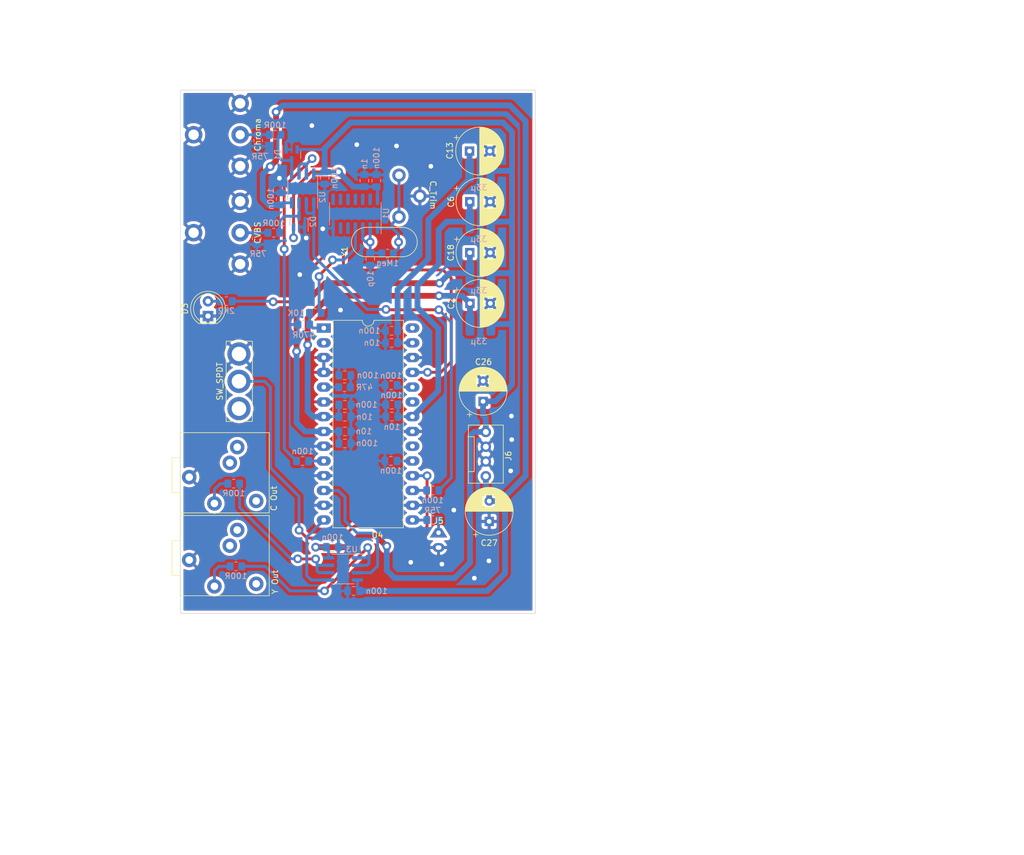
<source format=kicad_pcb>
(kicad_pcb (version 20241229) (generator "pcbnew") (generator_version "9.0")
  (layers (0 "F.Cu" signal) (2 "B.Cu" signal) (13 "F.Paste" user) (15 "B.Paste" user) (5 "F.SilkS" user "F.Silkscreen") (7 "B.SilkS" user "B.Silkscreen") (1 "F.Mask" user) (3 "B.Mask" user) (25 "Edge.Cuts" user))
  (net 0 "")
  (net 1 "/Crystal_C_Trim")
  (net 2 "GND")
  (net 3 "/VCCA")
  (net 4 "/Crystal_Inv_Out")
  (net 5 "/VDDD")
  (net 6 "+5V")
  (net 7 "-5V")
  (net 8 "/VCCPLL")
  (net 9 "/CVBS_Ext")
  (net 10 "/Video_In_IC")
  (net 11 "/Chroma_Ext")
  (net 12 "/Chroma_In_IC")
  (net 13 "/VCCO")
  (net 14 "/CSY")
  (net 15 "/REFDL")
  (net 16 "Net-(C25-Pad1)")
  (net 17 "Net-(D1-Pad3)")
  (net 18 "Net-(D2-Pad3)")
  (net 19 "Net-(D3-Pad2)")
  (net 20 "Net-(J1-Pad1)")
  (net 21 "Net-(J2-Pad1)")
  (net 25 "Net-(J3-PadT)")
  (net 29 "Net-(J4-PadT)")
  (net 30 "/CVBS_Thru_Out")
  (net 31 "/F_{sc}")
  (net 32 "/f_{SC}_In")
  (net 33 "Net-(R8-Pad1)")
  (net 34 "Net-(R9-Pad1)")
  (net 35 "/CVBS_Thru_IC")
  (net 36 "/REFBP")
  (net 37 "/Comb_active")
  (net 39 "/LPF_EN")
  (net 48 "/Chroma_Out_IC")
  (net 49 "/Luma_Out_IC")
  (footprint "Capacitor_THT:CP_Radial_D8.0mm_P3.50mm" (layer "F.Cu") (at 72.14735 16.4)
    (property "Reference" "C13")
    (property "Value" "100µ")
  )
  (footprint "LED_THT:LED_D5.0mm" (layer "F.Cu") (at 27.2 44.775 90)
    (property "Reference" "D3")
    (property "Value" "LED")
  )
  (footprint "Capacitor_THT:CP_Radial_D8.0mm_P3.50mm" (layer "F.Cu") (at 75.525 80.1 90)
    (property "Reference" "C27")
    (property "Value" "10µ")
  )
  (footprint "Allgemein:Cinch_Gewinkelt" (layer "F.Cu") (at 32.725 30.45 90)
    (property "Reference" "J2" (hide yes))
    (property "Value" "CVBS")
  )
  (footprint "Capacitor_THT:CP_Radial_D8.0mm_P3.50mm" (layer "F.Cu") (at 74.475 59.45 90)
    (property "Reference" "C26")
    (property "Value" "10µ")
  )
  (footprint "Capacitor_THT:CP_Radial_D8.0mm_P3.50mm" (layer "F.Cu") (at 72.2 33.875)
    (property "Reference" "C18")
    (property "Value" "100µ")
  )
  (footprint "Allgemein:3_5_mm_Buchse_EBS_35" (layer "F.Cu") (at 22.4225 86.3775)
    (property "Reference" "J3")
    (property "Value" "Y Out")
  )
  (footprint "Capacitor_THT:CP_Radial_D8.0mm_P3.50mm" (layer "F.Cu") (at 72.222349 42.6)
    (property "Reference" "C2")
    (property "Value" "100µ")
  )
  (footprint "Allgemein:3_5_mm_Buchse_EBS_35" (layer "F.Cu") (at 22.4225 72.1275)
    (property "Reference" "J4")
    (property "Value" "C Out")
  )
  (footprint "Package_DIP:DIP-28_W15.24mm_LongPads" (layer "F.Cu") (at 47.1 46.84)
    (property "Reference" "U4")
    (property "Value" "SAA4960")
  )
  (footprint "Crystal:Crystal_HC49-U_Vertical" (layer "F.Cu") (at 59.955002 32.05 180)
    (property "Reference" "Y1")
    (property "Value" "Crystal")
  )
  (footprint "Allgemein:Schalter" (layer "F.Cu") (at 32.525 56 90)
    (property "Reference" "SW1" (hide yes))
    (property "Value" "SW_SPDT")
  )
  (footprint "Allgemein:Cinch_Gewinkelt" (layer "F.Cu") (at 32.725 13.6 90)
    (property "Reference" "J1" (hide yes))
    (property "Value" "Chroma")
  )
  (footprint "Allgemein:pwr_conn_4pin" (layer "F.Cu") (at 74.95 68.522349)
    (property "Reference" "J6")
    (property "Value" "PWR")
  )
  (footprint "Allgemein:C_Trim" (layer "F.Cu") (at 59.805 24.15 90)
    (property "Reference" "C1" (hide yes))
    (property "Value" "C_Trim")
  )
  (footprint "Capacitor_THT:CP_Radial_D8.0mm_P3.50mm" (layer "F.Cu") (at 72.197349 25.125)
    (property "Reference" "C6")
    (property "Value" "100µ")
  )
  (footprint "Allgemein:BNC_Free" (layer "F.Cu") (at 66.825 79.504)
    (property "Reference" "J5")
    (property "Value" "CVBS")
  )
  (footprint "Allgemein:C_0805" (layer "B.Cu") (at 65.825 74.765 180)
    (property "Reference" "C16")
    (property "Value" "100n")
  )
  (footprint "Allgemein:C_0805" (layer "B.Cu") (at 56.13 21.5 90)
    (property "Reference" "C7")
    (property "Value" "100n")
  )
  (footprint "Allgemein:R_0805" (layer "B.Cu") (at 31.6225 73.6025 180)
    (property "Reference" "R8")
    (property "Value" "100R")
  )
  (footprint "Allgemein:C_0805" (layer "B.Cu") (at 58.675 56.665 180)
    (property "Reference" "C24")
    (property "Value" "100n")
  )
  (footprint "Allgemein:SOIC-8_no_mark" (layer "B.Cu") (at 43.475 22.825 90)
    (property "Reference" "U2")
    (property "Value" "LMH6643")
  )
  (footprint "Allgemein:C_0805" (layer "B.Cu") (at 58.8 62.065 180)
    (property "Reference" "C10")
    (property "Value" "10n")
  )
  (footprint "Allgemein:Bourns SRN5040-330M" (layer "B.Cu") (at 76.55 35.400001 180)
    (property "Reference" "L4" (hide yes))
    (property "Value" "33µ")
  )
  (footprint "Allgemein:R_0805" (layer "B.Cu") (at 43.65 46.24)
    (property "Reference" "R7")
    (property "Value" "470R")
  )
  (footprint "Allgemein:R_0805" (layer "B.Cu") (at 50.662499 57.015)
    (property "Reference" "R11")
    (property "Value" "47R")
  )
  (footprint "Allgemein:C_0805" (layer "B.Cu") (at 50.7125 54.965 180)
    (property "Reference" "C25")
    (property "Value" "100n")
  )
  (footprint "Allgemein:R_0805" (layer "B.Cu") (at 35.825 14.6 -90)
    (property "Reference" "R1")
    (property "Value" "75R")
  )
  (footprint "Allgemein:Bourns SRN5040-330M" (layer "B.Cu") (at 76.55 26.55 180)
    (property "Reference" "L2" (hide yes))
    (property "Value" "33µ")
  )
  (footprint "Allgemein:R_0805" (layer "B.Cu") (at 30.35 42.225 180)
    (property "Reference" "R12")
    (property "Value" "2K2")
  )
  (footprint "Allgemein:C_0805" (layer "B.Cu") (at 58.75 47.315 180)
    (property "Reference" "C14")
    (property "Value" "100n")
  )
  (footprint "Allgemein:C_0805" (layer "B.Cu") (at 54.08 21.5 90)
    (property "Reference" "C12")
    (property "Value" "1n")
  )
  (footprint "Allgemein:R_0805" (layer "B.Cu") (at 35.575 31.45 -90)
    (property "Reference" "R2")
    (property "Value" "75R")
  )
  (footprint "Allgemein:Bourns SRN5040-330M" (layer "B.Cu") (at 76.575 44.15 180)
    (property "Reference" "L1" (hide yes))
    (property "Value" "33µ")
  )
  (footprint "Allgemein:C_0805" (layer "B.Cu") (at 50.73 60.045)
    (property "Reference" "C4")
    (property "Value" "100n")
  )
  (footprint "Allgemein:SOIC-8_no_mark" (layer "B.Cu") (at 50.4 88.275 180)
    (property "Reference" "U3")
    (property "Value" "LMH6643")
  )
  (footprint "Allgemein:C_0805" (layer "B.Cu") (at 52.225 92.05)
    (property "Reference" "C8")
    (property "Value" "100n")
  )
  (footprint "Allgemein:R_0805" (layer "B.Cu") (at 38.5 30.45)
    (property "Reference" "R5")
    (property "Value" "100R")
  )
  (footprint "Allgemein:C_0805" (layer "B.Cu") (at 58.75 49.39 180)
    (property "Reference" "C15")
    (property "Value" "10n")
  )
  (footprint "Allgemein:C_0805" (layer "B.Cu") (at 39.7 24.625 -90)
    (property "Reference" "C22")
    (property "Value" "100n")
  )
  (footprint "Allgemein:R_0805" (layer "B.Cu") (at 45.65 44.24 180)
    (property "Reference" "R6")
    (property "Value" "10K")
  )
  (footprint "Allgemein:C_0805" (layer "B.Cu") (at 43.45 69.715)
    (property "Reference" "C17")
    (property "Value" "100n")
  )
  (footprint "Allgemein:C_0805" (layer "B.Cu") (at 48.575 84.525)
    (property "Reference" "C21")
    (property "Value" "100n")
  )
  (footprint "Package_TO_SOT_SMD:SOT-23" (layer "B.Cu") (at 41.575 17.075 -90)
    (property "Reference" "D1")
    (property "Value" "BAT54S")
  )
  (footprint "Allgemein:C_0805" (layer "B.Cu") (at 50.725 64.615)
    (property "Reference" "C20")
    (property "Value" "10n")
  )
  (footprint "Allgemein:C_0805" (layer "B.Cu") (at 47.25 21.025 -90)
    (property "Reference" "C11")
    (property "Value" "100n")
  )
  (footprint "Allgemein:C_0805" (layer "B.Cu") (at 50.725 66.690001)
    (property "Reference" "C19")
    (property "Value" "100n")
  )
  (footprint "Allgemein:R_0805" (layer "B.Cu") (at 58.055 34.025 180)
    (property "Reference" "R3")
    (property "Value" "1Meg")
  )
  (footprint "Allgemein:SOIC-14_no_mark" (layer "B.Cu") (at 52.525 27.175 90)
    (property "Reference" "U1")
    (property "Value" "74HC14")
  )
  (footprint "Allgemein:R_0805" (layer "B.Cu") (at 65.825 79.865)
    (property "Reference" "R10")
    (property "Value" "75R")
  )
  (footprint "Allgemein:R_0805" (layer "B.Cu") (at 38.75 13.6)
    (property "Reference" "R4")
    (property "Value" "100R")
  )
  (footprint "Allgemein:Bourns SRN5040-330M" (layer "B.Cu") (at 76.5 17.8 180)
    (property "Reference" "L3" (hide yes))
    (property "Value" "33µ")
  )
  (footprint "Allgemein:C_0805" (layer "B.Cu") (at 55.08 34.975 -90)
    (property "Reference" "C3")
    (property "Value" "10p")
  )
  (footprint "Allgemein:R_0805" (layer "B.Cu") (at 31.9975 87.8275 180)
    (property "Reference" "R9")
    (property "Value" "100R")
  )
  (footprint "Package_TO_SOT_SMD:SOT-23" (layer "B.Cu") (at 42.85 28.55 90)
    (property "Reference" "D2")
    (property "Value" "BAT54S")
  )
  (footprint "Allgemein:C_0805" (layer "B.Cu") (at 58.8 60.015 180)
    (property "Reference" "C9")
    (property "Value" "100n")
  )
  (footprint "Allgemein:C_0805" (layer "B.Cu") (at 58.6375 69.69 180)
    (property "Reference" "C23")
    (property "Value" "100n")
  )
  (footprint "Allgemein:C_0805" (layer "B.Cu") (at 50.725 62.09)
    (property "Reference" "C5")
    (property "Value" "10n")
  )
  (gr_rect (start 22.475 5.925) (end 83.45 95.925) (stroke (width 0.1)) (fill no) (layer "Edge.Cuts"))
  (segment (start 58.88 28.885001) (end 60.022898 27.742103) (width 0.5) (layer "B.Cu") (net 1))
  (segment (start 58.88 29.65) (end 59.955001 30.725001) (width 0.5) (layer "B.Cu") (net 1))
  (segment (start 58.88 29.65) (end 58.88 28.885001) (width 0.5) (layer "B.Cu") (net 1))
  (segment (start 56.335 29.65) (end 58.88 29.65) (width 0.5) (layer "B.Cu") (net 1))
  (segment (start 59.955001 33.125) (end 59.055 34.025) (width 0.5) (layer "B.Cu") (net 1))
  (segment (start 59.955002 32.05) (end 59.955001 33.125) (width 0.5) (layer "B.Cu") (net 1))
  (segment (start 60.022898 20.557898) (end 60.022898 27.742103) (width 0.5) (layer "B.Cu") (net 1))
  (segment (start 59.955001 30.725001) (end 59.955002 32.05) (width 0.5) (layer "B.Cu") (net 1))
  (via (at 39.475 21.075) (size 1.5) (drill 0.8) (layers "F.Cu" "B.Cu") (net 2))
  (via (at 75.475 86.875) (size 1.5) (drill 0.8) (layers "F.Cu" "B.Cu") (net 2))
  (via (at 42.975 37.65) (size 1.5) (drill 0.8) (layers "F.Cu" "B.Cu") (net 2))
  (via (at 65.5 19.025) (size 1.5) (drill 0.8) (layers "F.Cu" "B.Cu") (net 2))
  (via (at 67.4 87.45) (size 1.5) (drill 0.8) (layers "F.Cu" "B.Cu") (net 2))
  (via (at 72.975 89.85) (size 1.5) (drill 0.8) (layers "F.Cu" "B.Cu") (net 2))
  (via (at 79.225 71.4) (size 1.5) (drill 0.8) (layers "F.Cu" "B.Cu") (net 2))
  (via (at 46.925 29.775) (size 1.5) (drill 0.8) (layers "F.Cu" "B.Cu") (net 2))
  (via (at 69.45 78.15) (size 1.5) (drill 0.8) (layers "F.Cu" "B.Cu") (net 2))
  (via (at 79.35 61.975) (size 1.5) (drill 0.8) (layers "F.Cu" "B.Cu") (net 2))
  (via (at 79.4 66.025) (size 1.5) (drill 0.8) (layers "F.Cu" "B.Cu") (net 2))
  (via (at 44.075 31.35) (size 1.5) (drill 0.8) (layers "F.Cu" "B.Cu") (net 2))
  (via (at 45.05 12.025) (size 1.5) (drill 0.8) (layers "F.Cu" "B.Cu") (net 2))
  (via (at 62.05 87.125) (size 1.5) (drill 0.8) (layers "F.Cu" "B.Cu") (net 2))
  (via (at 52.775 15.3) (size 1.5) (drill 0.8) (layers "F.Cu" "B.Cu") (net 2))
  (via (at 59.6 15.525) (size 1.5) (drill 0.8) (layers "F.Cu" "B.Cu") (net 2))
  (via (at 49.975 43.75) (size 1.5) (drill 0.8) (layers "F.Cu" "B.Cu") (net 2))
  (segment (start 66.9 41.3) (end 48.175 41.3) (width 1) (layer "F.Cu") (net 3))
  (segment (start 44.325 45.15) (end 44.325 49.725) (width 1) (layer "F.Cu") (net 3))
  (segment (start 48.175 41.3) (end 44.325 45.15) (width 1) (layer "F.Cu") (net 3))
  (via (at 66.9 41.3) (size 1.5) (drill 0.8) (layers "F.Cu" "B.Cu") (net 3))
  (via (at 44.325 49.725) (size 1.5) (drill 0.8) (layers "F.Cu" "B.Cu") (net 3))
  (segment (start 49.6925 62.085) (end 49.6875 62.09) (width 0.5) (layer "B.Cu") (net 3))
  (segment (start 49.6775 62.08) (end 49.6875 62.09) (width 0.5) (layer "B.Cu") (net 3))
  (segment (start 47.1 62.08) (end 49.6775 62.08) (width 0.5) (layer "B.Cu") (net 3))
  (segment (start 49.6925 60.045) (end 49.6925 62.085) (width 0.5) (layer "B.Cu") (net 3))
  (segment (start 72.225 42.602651) (end 72.225 46.15) (width 1) (layer "B.Cu") (net 3))
  (segment (start 70.922349 41.3) (end 72.225 42.602651) (width 1) (layer "B.Cu") (net 3))
  (segment (start 44.325 49.725) (end 44.325 61.15) (width 1) (layer "B.Cu") (net 3))
  (segment (start 45.255 62.08) (end 47.1 62.08) (width 1) (layer "B.Cu") (net 3))
  (segment (start 72.222349 46.147349) (end 72.225 46.15) (width 1) (layer "B.Cu") (net 3))
  (segment (start 44.325 61.15) (end 45.255 62.08) (width 1) (layer "B.Cu") (net 3))
  (segment (start 66.9 41.3) (end 70.922349 41.3) (width 1) (layer "B.Cu") (net 3))
  (segment (start 72.222349 42.6) (end 72.222349 46.147349) (width 1) (layer "B.Cu") (net 3))
  (segment (start 55.065 29.65) (end 55.065 32.039999) (width 0.5) (layer "B.Cu") (net 4))
  (segment (start 55.08 33.9375) (end 56.9675 33.9375) (width 0.5) (layer "B.Cu") (net 4))
  (segment (start 55.08 32.054999) (end 55.075 32.05) (width 0.5) (layer "B.Cu") (net 4))
  (segment (start 55.08 33.9375) (end 55.08 32.054999) (width 0.5) (layer "B.Cu") (net 4))
  (segment (start 54.28 32.05) (end 55.075 32.05) (width 0.5) (layer "B.Cu") (net 4))
  (segment (start 56.9675 33.9375) (end 57.055 34.025) (width 0.5) (layer "B.Cu") (net 4))
  (segment (start 55.065 32.039999) (end 55.075 32.05) (width 0.5) (layer "B.Cu") (net 4))
  (segment (start 53.795 29.65) (end 53.795 31.565) (width 0.5) (layer "B.Cu") (net 4))
  (segment (start 53.795 31.565) (end 54.28 32.05) (width 0.5) (layer "B.Cu") (net 4))
  (segment (start 66.85 29.925) (end 68.225 28.55) (width 1) (layer "B.Cu") (net 5))
  (segment (start 68.225 28.55) (end 72.2 28.55) (width 1) (layer "B.Cu") (net 5))
  (segment (start 66.85 35.85) (end 66.85 29.925) (width 1) (layer "B.Cu") (net 5))
  (segment (start 59.8525 62.08) (end 59.8375 62.065) (width 0.5) (layer "B.Cu") (net 5))
  (segment (start 66.775 46.9) (end 63.2 43.325) (width 1) (layer "B.Cu") (net 5))
  (segment (start 66.775 57.645) (end 66.775 46.9) (width 1) (layer "B.Cu") (net 5))
  (segment (start 59.8375 60.015) (end 59.8375 62.065) (width 0.5) (layer "B.Cu") (net 5))
  (segment (start 62.34 62.08) (end 66.775 57.645) (width 1) (layer "B.Cu") (net 5))
  (segment (start 63.2 43.325) (end 63.2 39.5) (width 1) (layer "B.Cu") (net 5))
  (segment (start 72.197349 25.125) (end 72.197349 28.547349) (width 1) (layer "B.Cu") (net 5))
  (segment (start 72.197349 28.547349) (end 72.2 28.55) (width 1) (layer "B.Cu") (net 5))
  (segment (start 62.34 62.08) (end 59.8525 62.08) (width 0.5) (layer "B.Cu") (net 5))
  (segment (start 63.2 39.5) (end 66.85 35.85) (width 1) (layer "B.Cu") (net 5))
  (segment (start 53.225 82.525) (end 56.05 82.525) (width 1) (layer "F.Cu") (net 6))
  (segment (start 57.35 83.825) (end 57.875 84.35) (width 1) (layer "F.Cu") (net 6))
  (segment (start 41.9 23.05) (end 44.9625 19.9875) (width 0.5) (layer "F.Cu") (net 6))
  (segment (start 44.9625 19.9875) (end 49.6375 19.9875) (width 0.5) (layer "F.Cu") (net 6))
  (segment (start 52.975 82.775) (end 53.225 82.525) (width 1) (layer "F.Cu") (net 6))
  (segment (start 41.9 31.325) (end 41.9 23.05) (width 0.5) (layer "F.Cu") (net 6))
  (segment (start 57.875 84.35) (end 57.925 84.35) (width 1) (layer "F.Cu") (net 6))
  (segment (start 45.7 84.525) (end 51.225 84.525) (width 1) (layer "F.Cu") (net 6))
  (segment (start 51.225 84.525) (end 52.975 82.775) (width 1) (layer "F.Cu") (net 6))
  (segment (start 56.05 82.525) (end 57.35 83.825) (width 1) (layer "F.Cu") (net 6))
  (via (at 57.925 84.35) (size 1.5) (drill 0.8) (layers "F.Cu" "B.Cu") (net 6))
  (via (at 45.7 84.525) (size 1.5) (drill 0.8) (layers "F.Cu" "B.Cu") (net 6))
  (via (at 41.9 31.325) (size 1.5) (drill 0.8) (layers "F.Cu" "B.Cu") (net 6))
  (via (at 49.6375 19.9875) (size 1.5) (drill 0.8) (layers "F.Cu" "B.Cu") (net 6))
  (segment (start 74.95 62.347349) (end 74.475 61.872349) (width 1) (layer "B.Cu") (net 6))
  (segment (start 79.45 46.5) (end 79.45 37.325) (width 1) (layer "B.Cu") (net 6))
  (segment (start 72.937651 64.712349) (end 74.95 64.712349) (width 1) (layer "B.Cu") (net 6))
  (segment (start 75.8 37.400001) (end 79.374999 37.400001) (width 1) (layer "B.Cu") (net 6))
  (segment (start 41.9 29.4875) (end 41.9 31.325) (width 0.5) (layer "B.Cu") (net 6))
  (segment (start 79.375 28.55) (end 79.45 28.475) (width 1) (layer "B.Cu") (net 6))
  (segment (start 54.08 22.5375) (end 56.13 22.5375) (width 0.5) (layer "B.Cu") (net 6))
  (segment (start 74.475 61.872349) (end 74.475 59.45) (width 1) (layer "B.Cu") (net 6))
  (segment (start 47.25 19.9875) (end 49.6375 19.9875) (width 1) (layer "B.Cu") (net 6))
  (segment (start 56.335 22.7425) (end 56.13 22.5375) (width 0.5) (layer "B.Cu") (net 6))
  (segment (start 72.225 87.2) (end 72.225 65.425) (width 1) (layer "B.Cu") (net 6))
  (segment (start 74.95 64.712349) (end 74.95 62.347349) (width 1) (layer "B.Cu") (net 6))
  (segment (start 46.8875 20.35) (end 47.249999 19.9875) (width 0.5) (layer "B.Cu") (net 6))
  (segment (start 51.7 11.5) (end 47.25 15.95) (width 1) (layer "B.Cu") (net 6))
  (segment (start 59.25 89.825) (end 69.6 89.825) (width 1) (layer "B.Cu") (net 6))
  (segment (start 57.925 88.5) (end 59.25 89.825) (width 1) (layer "B.Cu") (net 6))
  (segment (start 47.0625 16.1375) (end 47.25 15.95) (width 0.5) (layer "B.Cu") (net 6))
  (segment (start 69.6 89.825) (end 72.225 87.2) (width 1) (layer "B.Cu") (net 6))
  (segment (start 77.875 11.5) (end 51.7 11.5) (width 1) (layer "B.Cu") (net 6))
  (segment (start 47.925 84.9125) (end 47.5375 84.525) (width 0.5) (layer "B.Cu") (net 6))
  (segment (start 47.925 86.37) (end 47.925 84.9125) (width 0.5) (layer "B.Cu") (net 6))
  (segment (start 75.825 46.15) (end 79.1 46.15) (width 1) (layer "B.Cu") (net 6))
  (segment (start 79.45 37.325) (end 79.45 28.475) (width 1) (layer "B.Cu") (net 6))
  (segment (start 79.1 46.15) (end 79.45 46.5) (width 1) (layer "B.Cu") (net 6))
  (segment (start 72.225 65.425) (end 72.937651 64.712349) (width 1) (layer "B.Cu") (net 6))
  (segment (start 79.45 56.575) (end 79.45 46.5) (width 1) (layer "B.Cu") (net 6))
  (segment (start 56.335 24.7) (end 56.335 22.7425) (width 0.5) (layer "B.Cu") (net 6))
  (segment (start 79.374999 37.400001) (end 79.45 37.325) (width 1) (layer "B.Cu") (net 6))
  (segment (start 42.525 16.1375) (end 47.0625 16.1375) (width 0.5) (layer "B.Cu") (net 6))
  (segment (start 79.45 28.475) (end 79.45 19.725) (width 1) (layer "B.Cu") (net 6))
  (segment (start 74.475 59.45) (end 76.575 59.45) (width 1) (layer "B.Cu") (net 6))
  (segment (start 47.25 15.95) (end 47.25 19.9875) (width 1) (layer "B.Cu") (net 6))
  (segment (start 47.5375 84.525) (end 45.7 84.525) (width 0.5) (layer "B.Cu") (net 6))
  (segment (start 79.45 19.725) (end 79.45 13.075) (width 1) (layer "B.Cu") (net 6))
  (segment (start 79.45 13.075) (end 77.875 11.5) (width 1) (layer "B.Cu") (net 6))
  (segment (start 76.575 59.45) (end 79.45 56.575) (width 1) (layer "B.Cu") (net 6))
  (segment (start 75.8 28.55) (end 79.375 28.55) (width 1) (layer "B.Cu") (net 6))
  (segment (start 45.38 20.35) (end 46.8875 20.35) (width 0.5) (layer "B.Cu") (net 6))
  (segment (start 79.375 19.8) (end 79.45 19.725) (width 1) (layer "B.Cu") (net 6))
  (segment (start 52.1875 22.5375) (end 54.08 22.5375) (width 1) (layer "B.Cu") (net 6))
  (segment (start 57.925 84.35) (end 57.925 88.5) (width 1) (layer "B.Cu") (net 6))
  (segment (start 49.6375 19.9875) (end 52.1875 22.5375) (width 1) (layer "B.Cu") (net 6))
  (segment (start 75.75 19.8) (end 79.375 19.8) (width 1) (layer "B.Cu") (net 6))
  (segment (start 38.9 9.675) (end 38.9 18.075) (width 1) (layer "F.Cu") (net 7))
  (segment (start 38.9 18.075) (end 37.9 19.075) (width 1) (layer "F.Cu") (net 7))
  (via (at 37.9 19.075) (size 1.5) (drill 0.8) (layers "F.Cu" "B.Cu") (net 7))
  (via (at 38.9 9.675) (size 1.5) (drill 0.8) (layers "F.Cu" "B.Cu") (net 7))
  (segment (start 36.6 24.65) (end 37.6125 25.6625) (width 1) (layer "B.Cu") (net 7))
  (segment (start 81.8 11.275) (end 79.075 8.55) (width 1) (layer "B.Cu") (net 7))
  (segment (start 78.25 89) (end 75.2 92.05) (width 1) (layer "B.Cu") (net 7))
  (segment (start 81.8 72.225) (end 81.8 11.275) (width 1) (layer "B.Cu") (net 7))
  (segment (start 36.6 20.375) (end 36.6 24.65) (width 1) (layer "B.Cu") (net 7))
  (segment (start 74.95 74.497349) (end 74.95 72.332349) (width 1) (layer "B.Cu") (net 7))
  (segment (start 75.525 76.6) (end 77.425 76.6) (width 1) (layer "B.Cu") (net 7))
  (segment (start 75.525 75.072349) (end 74.95 74.497349) (width 1) (layer "B.Cu") (net 7))
  (segment (start 52.875 90.18) (end 52.875 91.6625) (width 0.5) (layer "B.Cu") (net 7))
  (segment (start 40.0625 25.3) (end 39.7 25.6625) (width 0.5) (layer "B.Cu") (net 7))
  (segment (start 77.425 76.6) (end 78.25 77.425) (width 1) (layer "B.Cu") (net 7))
  (segment (start 52.875 91.6625) (end 53.2625 92.05) (width 0.5) (layer "B.Cu") (net 7))
  (segment (start 78.25 77.425) (end 78.25 89) (width 1) (layer "B.Cu") (net 7))
  (segment (start 75.2 92.05) (end 53.2625 92.05) (width 1) (layer "B.Cu") (net 7))
  (segment (start 41.57 25.3) (end 40.0625 25.3) (width 0.5) (layer "B.Cu") (net 7))
  (segment (start 79.075 8.55) (end 40.025 8.55) (width 1) (layer "B.Cu") (net 7))
  (segment (start 37.9 19.075) (end 36.6 20.375) (width 1) (layer "B.Cu") (net 7))
  (segment (start 77.425 76.6) (end 81.8 72.225) (width 1) (layer "B.Cu") (net 7))
  (segment (start 37.6125 25.6625) (end 39.7 25.6625) (width 1) (layer "B.Cu") (net 7))
  (segment (start 40.025 8.55) (end 38.9 9.675) (width 1) (layer "B.Cu") (net 7))
  (segment (start 75.525 76.6) (end 75.525 75.072349) (width 1) (layer "B.Cu") (net 7))
  (segment (start 72.15 19.8) (end 72.15 21.125) (width 1) (layer "B.Cu") (net 8))
  (segment (start 72.14735 16.4) (end 72.14735 19.79735) (width 1) (layer "B.Cu") (net 8))
  (segment (start 62.34 49.38) (end 59.7975 49.38) (width 0.5) (layer "B.Cu") (net 8))
  (segment (start 59.7875 47.315) (end 59.7875 49.39) (width 0.5) (layer "B.Cu") (net 8))
  (segment (start 59.7875 40.2125) (end 59.7875 47.315) (width 1) (layer "B.Cu") (net 8))
  (segment (start 65.075 28.2) (end 65.075 34.925) (width 1) (layer "B.Cu") (net 8))
  (segment (start 59.7975 49.38) (end 59.7875 49.39) (width 0.5) (layer "B.Cu") (net 8))
  (segment (start 65.075 34.925) (end 59.7875 40.2125) (width 1) (layer "B.Cu") (net 8))
  (segment (start 72.15 21.125) (end 65.075 28.2) (width 1) (layer "B.Cu") (net 8))
  (segment (start 72.14735 19.79735) (end 72.15 19.8) (width 1) (layer "B.Cu") (net 8))
  (segment (start 57.7875 43.6375) (end 57.85 43.7) (width 0.5) (layer "F.Cu") (net 9))
  (segment (start 57.85 43.7) (end 66.875 43.7) (width 0.5) (layer "F.Cu") (net 9))
  (via (at 57.7875 43.6375) (size 1.5) (drill 0.8) (layers "F.Cu" "B.Cu") (net 9))
  (via (at 66.875 43.7) (size 1.5) (drill 0.8) (layers "F.Cu" "B.Cu") (net 9))
  (segment (start 44.325 27.1) (end 44.11 26.885) (width 0.5) (layer "B.Cu") (net 9))
  (segment (start 45.38 26.87) (end 45.15 27.1) (width 0.5) (layer "B.Cu") (net 9))
  (segment (start 66.875 43.7) (end 69.025 45.85) (width 0.5) (layer "B.Cu") (net 9))
  (segment (start 57.7875 43.6375) (end 54.5375 43.6375) (width 0.5) (layer "B.Cu") (net 9))
  (segment (start 69.025 72.6025) (end 66.8625 74.765) (width 0.5) (layer "B.Cu") (net 9))
  (segment (start 45.38 25.3) (end 45.38 26.87) (width 0.5) (layer "B.Cu") (net 9))
  (segment (start 44.11 26.885) (end 44.11 25.3) (width 0.5) (layer "B.Cu") (net 9))
  (segment (start 45.15 27.1) (end 44.325 27.1) (width 0.5) (layer "B.Cu") (net 9))
  (segment (start 69.025 45.85) (end 69.025 72.6025) (width 0.5) (layer "B.Cu") (net 9))
  (segment (start 54.5375 43.6375) (end 45.38 34.48) (width 0.5) (layer "B.Cu") (net 9))
  (segment (start 45.38 34.48) (end 45.38 26.87) (width 0.5) (layer "B.Cu") (net 9))
  (segment (start 64.7875 74.765) (end 62.355 74.765) (width 0.5) (layer "B.Cu") (net 10))
  (segment (start 62.355 74.765) (end 62.34 74.78) (width 0.5) (layer "B.Cu") (net 10))
  (segment (start 40.3 33.25) (end 40.3 22.5) (width 0.5) (layer "F.Cu") (net 11))
  (segment (start 40.3 22.5) (end 45.1 17.7) (width 0.5) (layer "F.Cu") (net 11))
  (via (at 45.1 17.7) (size 1.5) (drill 0.8) (layers "F.Cu" "B.Cu") (net 11))
  (via (at 40.3 33.25) (size 1.5) (drill 0.8) (layers "F.Cu" "B.Cu") (net 11))
  (segment (start 40.3 33.25) (end 40.3 36.75) (width 0.5) (layer "B.Cu") (net 11))
  (segment (start 42.84 20.35) (end 42.84 18.96) (width 0.5) (layer "B.Cu") (net 11))
  (segment (start 43.2 18.6) (end 43.825 18.6) (width 0.5) (layer "B.Cu") (net 11))
  (segment (start 44.11 18.69) (end 45.1 17.7) (width 0.5) (layer "B.Cu") (net 11))
  (segment (start 40.325 67.6275) (end 42.4125 69.715) (width 0.5) (layer "B.Cu") (net 11))
  (segment (start 43.825 18.6) (end 44.11 18.885) (width 0.5) (layer "B.Cu") (net 11))
  (segment (start 40.325 36.775) (end 40.325 67.6275) (width 0.5) (layer "B.Cu") (net 11))
  (segment (start 40.3 36.75) (end 40.325 36.775) (width 0.5) (layer "B.Cu") (net 11))
  (segment (start 44.11 18.885) (end 44.11 18.69) (width 0.5) (layer "B.Cu") (net 11))
  (segment (start 42.84 18.96) (end 43.2 18.6) (width 0.5) (layer "B.Cu") (net 11))
  (segment (start 44.11 18.885) (end 44.11 20.35) (width 0.5) (layer "B.Cu") (net 11))
  (segment (start 44.5025 69.7) (end 44.4875 69.715) (width 0.5) (layer "B.Cu") (net 12))
  (segment (start 47.1 69.7) (end 44.5025 69.7) (width 0.5) (layer "B.Cu") (net 12))
  (segment (start 42.425 44.05) (end 42.425 50.85) (width 1) (layer "F.Cu") (net 13))
  (segment (start 67 39.125) (end 47.35 39.125) (width 1) (layer "F.Cu") (net 13))
  (segment (start 47.35 39.125) (end 42.425 44.05) (width 1) (layer "F.Cu") (net 13))
  (via (at 42.425 50.85) (size 1.5) (drill 0.8) (layers "F.Cu" "B.Cu") (net 13))
  (via (at 67 39.125) (size 1.5) (drill 0.8) (layers "F.Cu" "B.Cu") (net 13))
  (segment (start 42.425 50.85) (end 42.425 63.15) (width 1) (layer "B.Cu") (net 13))
  (segment (start 49.6875 64.615) (end 47.105 64.615) (width 0.5) (layer "B.Cu") (net 13))
  (segment (start 68.724999 37.400001) (end 72.2 37.400001) (width 1) (layer "B.Cu") (net 13))
  (segment (start 42.425 63.15) (end 43.895 64.62) (width 1) (layer "B.Cu") (net 13))
  (segment (start 43.895 64.62) (end 47.1 64.62) (width 1) (layer "B.Cu") (net 13))
  (segment (start 49.6875 66.690001) (end 49.6875 64.615) (width 0.5) (layer "B.Cu") (net 13))
  (segment (start 67 39.125) (end 68.724999 37.400001) (width 1) (layer "B.Cu") (net 13))
  (segment (start 47.105 64.615) (end 47.1 64.62) (width 0.5) (layer "B.Cu") (net 13))
  (segment (start 72.2 37.400001) (end 72.2 33.875) (width 1) (layer "B.Cu") (net 13))
  (segment (start 62.34 69.7) (end 59.685 69.7) (width 0.5) (layer "B.Cu") (net 14))
  (segment (start 59.685 69.7) (end 59.675 69.69) (width 0.5) (layer "B.Cu") (net 14))
  (segment (start 60.0475 57) (end 59.7125 56.665) (width 0.5) (layer "B.Cu") (net 15))
  (segment (start 62.34 57) (end 60.0475 57) (width 0.5) (layer "B.Cu") (net 15))
  (segment (start 51.75 56.9275) (end 51.6625 57.015) (width 0.5) (layer "B.Cu") (net 16))
  (segment (start 51.75 54.965) (end 51.75 56.9275) (width 0.5) (layer "B.Cu") (net 16))
  (segment (start 39.225 17.325) (end 39.225 14.125) (width 0.5) (layer "B.Cu") (net 17))
  (segment (start 39.225 14.125) (end 39.75 13.6) (width 0.5) (layer "B.Cu") (net 17))
  (segment (start 41.57 20.35) (end 41.57 18.0175) (width 0.5) (layer "B.Cu") (net 17))
  (segment (start 41.575 18.0125) (end 39.9125 18.0125) (width 0.5) (layer "B.Cu") (net 17))
  (segment (start 39.9125 18.0125) (end 39.225 17.325) (width 0.5) (layer "B.Cu") (net 17))
  (segment (start 41.57 18.0175) (end 41.575 18.0125) (width 0.5) (layer "B.Cu") (net 17))
  (segment (start 39.5 30.45) (end 39.5 28.475) (width 0.5) (layer "B.Cu") (net 18))
  (segment (start 40.3625 27.6125) (end 42.85 27.6125) (width 0.5) (layer "B.Cu") (net 18))
  (segment (start 39.5 28.475) (end 40.3625 27.6125) (width 0.5) (layer "B.Cu") (net 18))
  (segment (start 42.84 27.6025) (end 42.85 27.6125) (width 0.5) (layer "B.Cu") (net 18))
  (segment (start 42.84 25.3) (end 42.84 27.6025) (width 0.5) (layer "B.Cu") (net 18))
  (segment (start 27.21 42.225) (end 27.2 42.235) (width 0.5) (layer "B.Cu") (net 19))
  (segment (start 29.35 42.225) (end 27.21 42.225) (width 0.5) (layer "B.Cu") (net 19))
  (segment (start 37.75 13.6) (end 35.825 13.6) (width 0.5) (layer "B.Cu") (net 20))
  (segment (start 35.825 13.6) (end 32.725 13.6) (width 0.5) (layer "B.Cu") (net 20))
  (segment (start 35.575 30.45) (end 32.725 30.45) (width 0.5) (layer "B.Cu") (net 21))
  (segment (start 37.5 30.45) (end 35.575 30.45) (width 0.5) (layer "B.Cu") (net 21))
  (segment (start 28.3025 88.5475) (end 28.3025 91.2575) (width 0.5) (layer "B.Cu") (net 25))
  (segment (start 29.0225 87.8275) (end 28.3025 88.5475) (width 0.5) (layer "B.Cu") (net 25))
  (segment (start 30.9975 87.8275) (end 29.0225 87.8275) (width 0.5) (layer "B.Cu") (net 25))
  (segment (start 29.2975 73.6025) (end 28.3025 74.5975) (width 0.5) (layer "B.Cu") (net 29))
  (segment (start 30.6225 73.6025) (end 29.2975 73.6025) (width 0.5) (layer "B.Cu") (net 29))
  (segment (start 28.3025 74.5975) (end 28.3025 77.0075) (width 0.5) (layer "B.Cu") (net 29))
  (segment (start 66.825 82.044) (end 66.825 79.865) (width 0.5) (layer "B.Cu") (net 30))
  (segment (start 46.3 37.8) (end 48.6 35.5) (width 0.5) (layer "F.Cu") (net 31))
  (segment (start 48.6 35.5) (end 48.6 35.125) (width 0.5) (layer "F.Cu") (net 31))
  (segment (start 46.3 37.975) (end 46.3 37.8) (width 0.5) (layer "F.Cu") (net 31))
  (via (at 48.6 35.125) (size 1.5) (drill 0.8) (layers "F.Cu" "B.Cu") (net 31))
  (via (at 46.3 37.975) (size 1.5) (drill 0.8) (layers "F.Cu" "B.Cu") (net 31))
  (segment (start 46.3 37.975) (end 46.3 43.89) (width 0.5) (layer "B.Cu") (net 31))
  (segment (start 48.6 35.125) (end 50.55 35.125) (width 0.5) (layer "B.Cu") (net 31))
  (segment (start 50.55 35.125) (end 52.525 33.15) (width 0.5) (layer "B.Cu") (net 31))
  (segment (start 46.3 43.89) (end 46.65 44.24) (width 0.5) (layer "B.Cu") (net 31))
  (segment (start 52.525 33.15) (end 52.525 29.65) (width 0.5) (layer "B.Cu") (net 31))
  (segment (start 45.25 46.84) (end 44.65 46.24) (width 0.5) (layer "B.Cu") (net 32))
  (segment (start 44.65 46.24) (end 44.65 44.24) (width 0.5) (layer "B.Cu") (net 32))
  (segment (start 47.1 46.84) (end 45.25 46.84) (width 0.5) (layer "B.Cu") (net 32))
  (segment (start 45.7 86.55) (end 42.65 86.55) (width 0.5) (layer "F.Cu") (net 33))
  (segment (start 42.65 86.55) (end 42.625 86.525) (width 0.5) (layer "F.Cu") (net 33))
  (via (at 45.7 86.55) (size 1.5) (drill 0.8) (layers "F.Cu" "B.Cu") (net 33))
  (via (at 42.625 86.525) (size 1.5) (drill 0.8) (layers "F.Cu" "B.Cu") (net 33))
  (segment (start 42.625 86.525) (end 41.45 86.525) (width 0.5) (layer "B.Cu") (net 33))
  (segment (start 32.6225 77.6975) (end 32.6225 73.6025) (width 0.5) (layer "B.Cu") (net 33))
  (segment (start 46.04 87.64) (end 45.95 87.55) (width 0.5) (layer "B.Cu") (net 33))
  (segment (start 45.95 88.6) (end 46.26 88.91) (width 0.5) (layer "B.Cu") (net 33))
  (segment (start 45.7 86.55) (end 45.95 86.8) (width 0.5) (layer "B.Cu") (net 33))
  (segment (start 47.925 87.64) (end 46.04 87.64) (width 0.5) (layer "B.Cu") (net 33))
  (segment (start 45.95 86.8) (end 45.95 87.55) (width 0.5) (layer "B.Cu") (net 33))
  (segment (start 45.95 88.075) (end 45.95 87.55) (width 0.5) (layer "B.Cu") (net 33))
  (segment (start 45.95 88.075) (end 45.95 88.6) (width 0.5) (layer "B.Cu") (net 33))
  (segment (start 46.26 88.91) (end 47.925 88.91) (width 0.5) (layer "B.Cu") (net 33))
  (segment (start 41.45 86.525) (end 32.6225 77.6975) (width 0.5) (layer "B.Cu") (net 33))
  (segment (start 47.225 92.05) (end 47.225 92.025) (width 0.5) (layer "F.Cu") (net 34))
  (segment (start 47.225 92.025) (end 54.65 84.6) (width 0.5) (layer "F.Cu") (net 34))
  (via (at 47.225 92.05) (size 1.5) (drill 0.8) (layers "F.Cu" "B.Cu") (net 34))
  (via (at 54.65 84.6) (size 1.5) (drill 0.8) (layers "F.Cu" "B.Cu") (net 34))
  (segment (start 41.3 92.05) (end 37.0775 87.8275) (width 0.5) (layer "B.Cu") (net 34))
  (segment (start 54.825 86.375) (end 54.82 86.37) (width 0.5) (layer "B.Cu") (net 34))
  (segment (start 54.875 86.775) (end 54.875 84.825) (width 0.5) (layer "B.Cu") (net 34))
  (segment (start 54.535 87.64) (end 54.875 87.3) (width 0.5) (layer "B.Cu") (net 34))
  (segment (start 47.225 92.05) (end 41.3 92.05) (width 0.5) (layer "B.Cu") (net 34))
  (segment (start 37.0775 87.8275) (end 32.9975 87.8275) (width 0.5) (layer "B.Cu") (net 34))
  (segment (start 54.875 87.3) (end 54.875 86.775) (width 0.5) (layer "B.Cu") (net 34))
  (segment (start 54.875 84.825) (end 54.65 84.6) (width 0.5) (layer "B.Cu") (net 34))
  (segment (start 52.875 86.37) (end 54.82 86.37) (width 0.5) (layer "B.Cu") (net 34))
  (segment (start 52.875 87.64) (end 54.535 87.64) (width 0.5) (layer "B.Cu") (net 34))
  (segment (start 62.345 79.865) (end 62.34 79.86) (width 0.5) (layer "B.Cu") (net 35))
  (segment (start 64.825 79.865) (end 62.345 79.865) (width 0.5) (layer "B.Cu") (net 35))
  (segment (start 49.647499 57) (end 49.662499 57.015) (width 0.5) (layer "B.Cu") (net 36))
  (segment (start 47.1 57) (end 49.647499 57) (width 0.5) (layer "B.Cu") (net 36))
  (segment (start 44.75 39.1) (end 44.75 36.85) (width 0.5) (layer "F.Cu") (net 37))
  (segment (start 51.125 36.85) (end 67.6 36.85) (width 0.5) (layer "F.Cu") (net 37))
  (segment (start 50.475 33.875) (end 50.475 36.2) (width 0.5) (layer "F.Cu") (net 37))
  (segment (start 38.4 42.325) (end 41.525 42.325) (width 0.5) (layer "F.Cu") (net 37))
  (segment (start 41.525 42.325) (end 44.75 39.1) (width 0.5) (layer "F.Cu") (net 37))
  (segment (start 69 38.25) (end 69 52.65) (width 0.5) (layer "F.Cu") (net 37))
  (segment (start 49.85 33.25) (end 50.475 33.875) (width 0.5) (layer "F.Cu") (net 37))
  (segment (start 48.35 33.25) (end 49.85 33.25) (width 0.5) (layer "F.Cu") (net 37))
  (segment (start 50.475 36.2) (end 51.125 36.85) (width 0.5) (layer "F.Cu") (net 37))
  (segment (start 67.6 36.85) (end 69 38.25) (width 0.5) (layer "F.Cu") (net 37))
  (segment (start 44.75 36.85) (end 48.35 33.25) (width 0.5) (layer "F.Cu") (net 37))
  (segment (start 69 52.65) (end 67.2 54.45) (width 0.5) (layer "F.Cu") (net 37))
  (segment (start 67.2 54.45) (end 64.925 54.45) (width 0.5) (layer "F.Cu") (net 37))
  (via (at 38.4 42.325) (size 1.5) (drill 0.8) (layers "F.Cu" "B.Cu") (net 37))
  (via (at 64.925 54.45) (size 1.5) (drill 0.8) (layers "F.Cu" "B.Cu") (net 37))
  (segment (start 64.915 54.46) (end 64.925 54.45) (width 0.5) (layer "B.Cu") (net 37))
  (segment (start 38.4 42.325) (end 38.3 42.225) (width 0.5) (layer "B.Cu") (net 37))
  (segment (start 38.3 42.225) (end 31.35 42.225) (width 0.5) (layer "B.Cu") (net 37))
  (segment (start 62.34 54.46) (end 64.915 54.46) (width 0.5) (layer "B.Cu") (net 37))
  (segment (start 57.7 81.4) (end 57.25 80.95) (width 0.5) (layer "F.Cu") (net 39))
  (segment (start 44.2 82.95) (end 42.85 81.6) (width 0.5) (layer "F.Cu") (net 39))
  (segment (start 59.225 82.925) (end 57.7 81.4) (width 0.5) (layer "F.Cu") (net 39))
  (segment (start 52.275 80.95) (end 50.775 82.45) (width 0.5) (layer "F.Cu") (net 39))
  (segment (start 57.25 80.95) (end 52.275 80.95) (width 0.5) (layer "F.Cu") (net 39))
  (segment (start 50.275 82.95) (end 44.2 82.95) (width 0.5) (layer "F.Cu") (net 39))
  (segment (start 62.95 82.925) (end 59.225 82.925) (width 0.5) (layer "F.Cu") (net 39))
  (segment (start 50.775 82.45) (end 50.275 82.95) (width 0.5) (layer "F.Cu") (net 39))
  (segment (start 64.85 72.25) (end 64.85 81.025) (width 0.5) (layer "F.Cu") (net 39))
  (segment (start 64.85 81.025) (end 62.95 82.925) (width 0.5) (layer "F.Cu") (net 39))
  (via (at 42.85 81.6) (size 1.5) (drill 0.8) (layers "F.Cu" "B.Cu") (net 39))
  (via (at 64.85 72.25) (size 1.5) (drill 0.8) (layers "F.Cu" "B.Cu") (net 39))
  (segment (start 42.85 75.8) (end 37.925 70.875) (width 0.5) (layer "B.Cu") (net 39))
  (segment (start 42.85 81.6) (end 42.85 75.8) (width 0.5) (layer "B.Cu") (net 39))
  (segment (start 62.34 72.24) (end 64.84 72.24) (width 0.5) (layer "B.Cu") (net 39))
  (segment (start 37.925 70.875) (end 37.925 57) (width 0.5) (layer "B.Cu") (net 39))
  (segment (start 36.925 56) (end 32.525 56) (width 0.5) (layer "B.Cu") (net 39))
  (segment (start 37.925 57) (end 36.925 56) (width 0.5) (layer "B.Cu") (net 39))
  (segment (start 64.84 72.24) (end 64.85 72.25) (width 0.5) (layer "B.Cu") (net 39))
  (segment (start 50.75 75.95) (end 49.58 74.78) (width 0.5) (layer "B.Cu") (net 48))
  (segment (start 55.19 88.91) (end 56.35 87.75) (width 0.5) (layer "B.Cu") (net 48))
  (segment (start 56.35 87.75) (end 56.35 83.125) (width 0.5) (layer "B.Cu") (net 48))
  (segment (start 52.85 82.1) (end 50.75 80) (width 0.5) (layer "B.Cu") (net 48))
  (segment (start 50.75 80) (end 50.75 75.95) (width 0.5) (layer "B.Cu") (net 48))
  (segment (start 49.58 74.78) (end 47.1 74.78) (width 0.5) (layer "B.Cu") (net 48))
  (segment (start 52.875 88.91) (end 55.19 88.91) (width 0.5) (layer "B.Cu") (net 48))
  (segment (start 56.35 83.125) (end 55.325 82.1) (width 0.5) (layer "B.Cu") (net 48))
  (segment (start 55.325 82.1) (end 52.85 82.1) (width 0.5) (layer "B.Cu") (net 48))
  (segment (start 44.93 90.18) (end 44.175 89.425) (width 0.5) (layer "B.Cu") (net 49))
  (segment (start 44.175 82.785) (end 47.1 79.86) (width 0.5) (layer "B.Cu") (net 49))
  (segment (start 47.925 90.18) (end 44.93 90.18) (width 0.5) (layer "B.Cu") (net 49))
  (segment (start 44.175 89.425) (end 44.175 82.785) (width 0.5) (layer "B.Cu") (net 49))
  (zone (net 2) (net_name "GND") (layers "F.Cu" "B.Cu") (connect_pads (clearance 0.508)) (min_thickness 0.254) (fill yes (thermal_gap 0.508) (thermal_bridge_width 0.508))
    (polygon (pts (xy 147.2 -7.5) (xy 167.45 132.95) (xy -3.175 137.5) (xy -8.55 -9.575)))
  )
)
</source>
